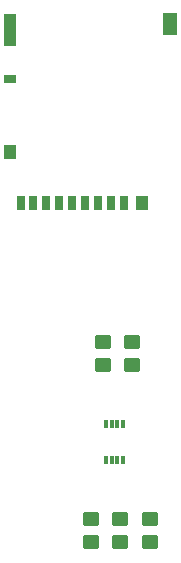
<source format=gbr>
%TF.GenerationSoftware,KiCad,Pcbnew,(5.99.0-8075-g8416c1fc37)*%
%TF.CreationDate,2021-06-30T13:11:38+01:00*%
%TF.ProjectId,picovga,7069636f-7667-4612-9e6b-696361645f70,rev?*%
%TF.SameCoordinates,Original*%
%TF.FileFunction,Paste,Bot*%
%TF.FilePolarity,Positive*%
%FSLAX46Y46*%
G04 Gerber Fmt 4.6, Leading zero omitted, Abs format (unit mm)*
G04 Created by KiCad (PCBNEW (5.99.0-8075-g8416c1fc37)) date 2021-06-30 13:11:38*
%MOMM*%
%LPD*%
G01*
G04 APERTURE LIST*
G04 Aperture macros list*
%AMRoundRect*
0 Rectangle with rounded corners*
0 $1 Rounding radius*
0 $2 $3 $4 $5 $6 $7 $8 $9 X,Y pos of 4 corners*
0 Add a 4 corners polygon primitive as box body*
4,1,4,$2,$3,$4,$5,$6,$7,$8,$9,$2,$3,0*
0 Add four circle primitives for the rounded corners*
1,1,$1+$1,$2,$3,0*
1,1,$1+$1,$4,$5,0*
1,1,$1+$1,$6,$7,0*
1,1,$1+$1,$8,$9,0*
0 Add four rect primitives between the rounded corners*
20,1,$1+$1,$2,$3,$4,$5,0*
20,1,$1+$1,$4,$5,$6,$7,0*
20,1,$1+$1,$6,$7,$8,$9,0*
20,1,$1+$1,$8,$9,$2,$3,0*%
G04 Aperture macros list end*
%ADD10R,0.300000X0.800000*%
%ADD11R,0.700000X1.200000*%
%ADD12R,1.000000X0.800000*%
%ADD13R,1.300000X1.900000*%
%ADD14R,1.000000X1.200000*%
%ADD15R,1.000000X2.800000*%
%ADD16RoundRect,0.250000X-0.450000X0.350000X-0.450000X-0.350000X0.450000X-0.350000X0.450000X0.350000X0*%
%ADD17RoundRect,0.250000X0.450000X-0.350000X0.450000X0.350000X-0.450000X0.350000X-0.450000X-0.350000X0*%
G04 APERTURE END LIST*
D10*
%TO.C,U1*%
X170250000Y-96450000D03*
X170750000Y-96450000D03*
X171250000Y-96450000D03*
X171750000Y-96450000D03*
X171750000Y-99550000D03*
X171250000Y-99550000D03*
X170750000Y-99550000D03*
X170250000Y-99550000D03*
%TD*%
D11*
%TO.C,J1*%
X171775000Y-77725000D03*
X170675000Y-77725000D03*
X169575000Y-77725000D03*
X168475000Y-77725000D03*
X167375000Y-77725000D03*
X166275000Y-77725000D03*
X165175000Y-77725000D03*
X164075000Y-77725000D03*
X163125000Y-77725000D03*
D12*
X162175000Y-67225000D03*
D13*
X175675000Y-62625000D03*
D14*
X162175000Y-73425000D03*
X173325000Y-77725000D03*
D15*
X162175000Y-63075000D03*
%TD*%
D16*
%TO.C,R21*%
X172500000Y-89500000D03*
X172500000Y-91500000D03*
%TD*%
%TO.C,R17*%
X169000000Y-104500000D03*
X169000000Y-106500000D03*
%TD*%
%TO.C,R19*%
X174000000Y-104500000D03*
X174000000Y-106500000D03*
%TD*%
D17*
%TO.C,R18*%
X171500000Y-106500000D03*
X171500000Y-104500000D03*
%TD*%
%TO.C,R20*%
X170000000Y-91500000D03*
X170000000Y-89500000D03*
%TD*%
M02*

</source>
